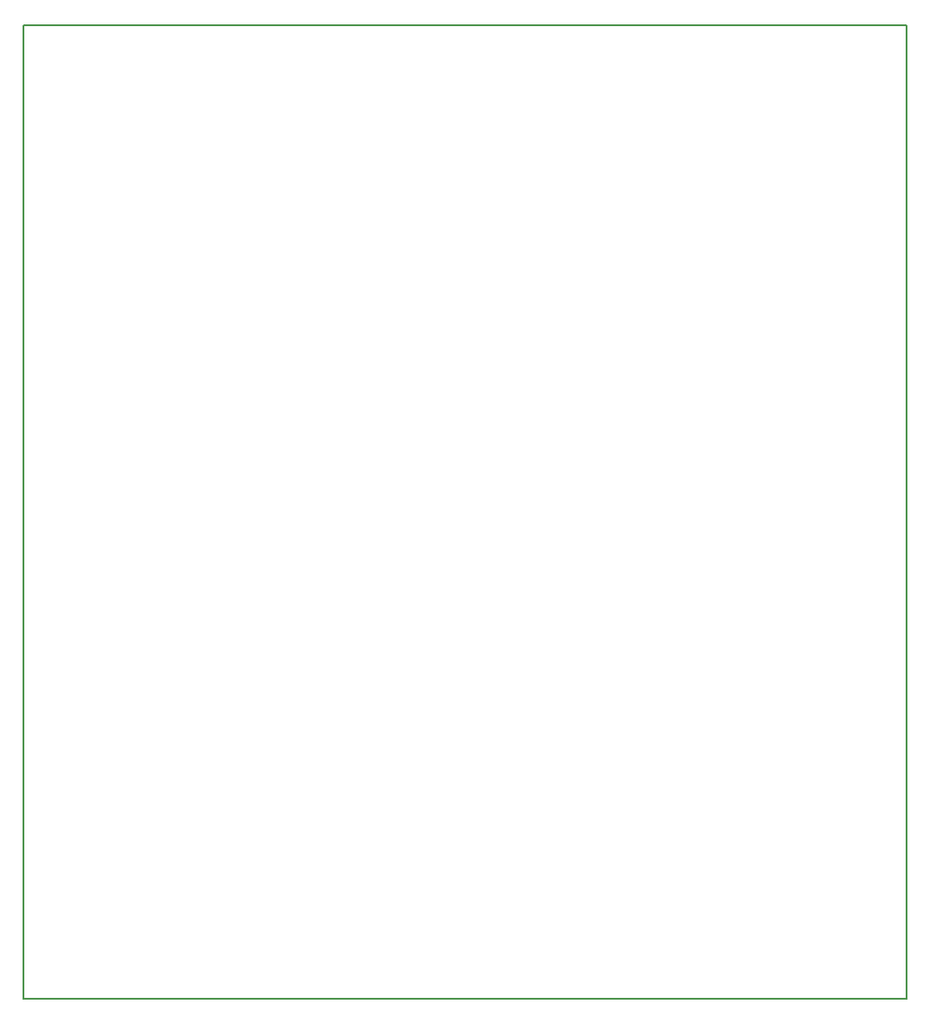
<source format=gbr>
G04 PROTEUS GERBER X2 FILE*
%TF.GenerationSoftware,Labcenter,Proteus,8.15-SP1-Build34318*%
%TF.CreationDate,2023-08-09T10:16:53+00:00*%
%TF.FileFunction,NonPlated,1,2,NPTH*%
%TF.FilePolarity,Positive*%
%TF.Part,Single*%
%TF.SameCoordinates,{0049c899-80f1-4e30-9ba5-08a3a9b55963}*%
%FSLAX45Y45*%
%MOMM*%
G01*
%TA.AperFunction,Profile*%
%ADD27C,0.203200*%
%TD.AperFunction*%
D27*
X-619760Y-63500D02*
X+7683500Y-63500D01*
X+7683500Y+9080500D01*
X-619760Y+9080500D01*
X-619760Y-63500D01*
M02*

</source>
